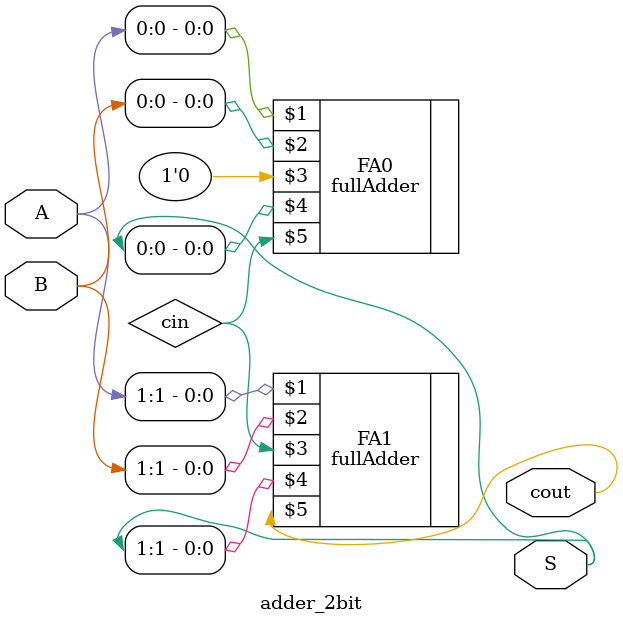
<source format=v>
/*--  *******************************************************
--  Computer Architecture Course, Laboratory Sources 
--  Amirkabir University of Technology (Tehran Polytechnic)
--  Department of Computer Engineering (CE-AUT)
--  https://ce[dot]aut[dot]ac[dot]ir
--  *******************************************************
--  All Rights reserved (C) 2020-2021
--  *******************************************************
--  Student ID  : 9833016              9839039
--  Student Name: Amirhossein Poolad & Samin Mahdipour
--  Student Mail: 
--  *******************************************************
--  Additional Comments:
--
--*/

/*-----------------------------------------------------------
---  Module Name: 2 Bit Adder
---  Description:
-----------------------------------------------------------*/
`timescale 1 ns/1 ns
module adder_2bit(A,B,S,cout);

input [1:0] A;
input [1:0] B;
output [1:0] S;
output cout;

	wire cin;
	fullAdder FA0(A[0],B[0],1'b0,S[0],cin);
	fullAdder FA1(A[1],B[1],cin,S[1],cout);

endmodule
</source>
